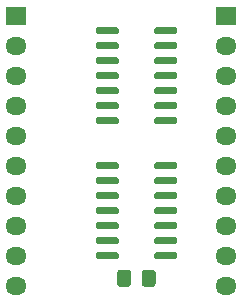
<source format=gbr>
G04 #@! TF.GenerationSoftware,KiCad,Pcbnew,(5.1.8)-1*
G04 #@! TF.CreationDate,2023-07-12T22:59:16+03:00*
G04 #@! TF.ProjectId,INV,494e562e-6b69-4636-9164-5f7063625858,rev?*
G04 #@! TF.SameCoordinates,PX48ab840PY2455c20*
G04 #@! TF.FileFunction,Soldermask,Top*
G04 #@! TF.FilePolarity,Negative*
%FSLAX46Y46*%
G04 Gerber Fmt 4.6, Leading zero omitted, Abs format (unit mm)*
G04 Created by KiCad (PCBNEW (5.1.8)-1) date 2023-07-12 22:59:16*
%MOMM*%
%LPD*%
G01*
G04 APERTURE LIST*
%ADD10O,1.800000X1.500000*%
%ADD11R,1.800000X1.500000*%
G04 APERTURE END LIST*
D10*
X20320000Y-25400000D03*
X20320000Y-22860000D03*
X20320000Y-20320000D03*
X20320000Y-17780000D03*
X20320000Y-15240000D03*
X20320000Y-12700000D03*
X20320000Y-10160000D03*
X20320000Y-7620000D03*
X20320000Y-5080000D03*
D11*
X20320000Y-2540000D03*
D10*
X2540000Y-25400000D03*
X2540000Y-22860000D03*
X2540000Y-20320000D03*
X2540000Y-17780000D03*
X2540000Y-15240000D03*
X2540000Y-12700000D03*
X2540000Y-10160000D03*
X2540000Y-7620000D03*
X2540000Y-5080000D03*
D11*
X2540000Y-2540000D03*
G36*
G01*
X12250000Y-24290000D02*
X12250000Y-25240000D01*
G75*
G02*
X12000000Y-25490000I-250000J0D01*
G01*
X11325000Y-25490000D01*
G75*
G02*
X11075000Y-25240000I0J250000D01*
G01*
X11075000Y-24290000D01*
G75*
G02*
X11325000Y-24040000I250000J0D01*
G01*
X12000000Y-24040000D01*
G75*
G02*
X12250000Y-24290000I0J-250000D01*
G01*
G37*
G36*
G01*
X14325000Y-24290000D02*
X14325000Y-25240000D01*
G75*
G02*
X14075000Y-25490000I-250000J0D01*
G01*
X13400000Y-25490000D01*
G75*
G02*
X13150000Y-25240000I0J250000D01*
G01*
X13150000Y-24290000D01*
G75*
G02*
X13400000Y-24040000I250000J0D01*
G01*
X14075000Y-24040000D01*
G75*
G02*
X14325000Y-24290000I0J-250000D01*
G01*
G37*
G36*
G01*
X9250000Y-3960000D02*
X9250000Y-3660000D01*
G75*
G02*
X9400000Y-3510000I150000J0D01*
G01*
X11050000Y-3510000D01*
G75*
G02*
X11200000Y-3660000I0J-150000D01*
G01*
X11200000Y-3960000D01*
G75*
G02*
X11050000Y-4110000I-150000J0D01*
G01*
X9400000Y-4110000D01*
G75*
G02*
X9250000Y-3960000I0J150000D01*
G01*
G37*
G36*
G01*
X9250000Y-5230000D02*
X9250000Y-4930000D01*
G75*
G02*
X9400000Y-4780000I150000J0D01*
G01*
X11050000Y-4780000D01*
G75*
G02*
X11200000Y-4930000I0J-150000D01*
G01*
X11200000Y-5230000D01*
G75*
G02*
X11050000Y-5380000I-150000J0D01*
G01*
X9400000Y-5380000D01*
G75*
G02*
X9250000Y-5230000I0J150000D01*
G01*
G37*
G36*
G01*
X9250000Y-6500000D02*
X9250000Y-6200000D01*
G75*
G02*
X9400000Y-6050000I150000J0D01*
G01*
X11050000Y-6050000D01*
G75*
G02*
X11200000Y-6200000I0J-150000D01*
G01*
X11200000Y-6500000D01*
G75*
G02*
X11050000Y-6650000I-150000J0D01*
G01*
X9400000Y-6650000D01*
G75*
G02*
X9250000Y-6500000I0J150000D01*
G01*
G37*
G36*
G01*
X9250000Y-7770000D02*
X9250000Y-7470000D01*
G75*
G02*
X9400000Y-7320000I150000J0D01*
G01*
X11050000Y-7320000D01*
G75*
G02*
X11200000Y-7470000I0J-150000D01*
G01*
X11200000Y-7770000D01*
G75*
G02*
X11050000Y-7920000I-150000J0D01*
G01*
X9400000Y-7920000D01*
G75*
G02*
X9250000Y-7770000I0J150000D01*
G01*
G37*
G36*
G01*
X9250000Y-9040000D02*
X9250000Y-8740000D01*
G75*
G02*
X9400000Y-8590000I150000J0D01*
G01*
X11050000Y-8590000D01*
G75*
G02*
X11200000Y-8740000I0J-150000D01*
G01*
X11200000Y-9040000D01*
G75*
G02*
X11050000Y-9190000I-150000J0D01*
G01*
X9400000Y-9190000D01*
G75*
G02*
X9250000Y-9040000I0J150000D01*
G01*
G37*
G36*
G01*
X9250000Y-10310000D02*
X9250000Y-10010000D01*
G75*
G02*
X9400000Y-9860000I150000J0D01*
G01*
X11050000Y-9860000D01*
G75*
G02*
X11200000Y-10010000I0J-150000D01*
G01*
X11200000Y-10310000D01*
G75*
G02*
X11050000Y-10460000I-150000J0D01*
G01*
X9400000Y-10460000D01*
G75*
G02*
X9250000Y-10310000I0J150000D01*
G01*
G37*
G36*
G01*
X9250000Y-11580000D02*
X9250000Y-11280000D01*
G75*
G02*
X9400000Y-11130000I150000J0D01*
G01*
X11050000Y-11130000D01*
G75*
G02*
X11200000Y-11280000I0J-150000D01*
G01*
X11200000Y-11580000D01*
G75*
G02*
X11050000Y-11730000I-150000J0D01*
G01*
X9400000Y-11730000D01*
G75*
G02*
X9250000Y-11580000I0J150000D01*
G01*
G37*
G36*
G01*
X14200000Y-11580000D02*
X14200000Y-11280000D01*
G75*
G02*
X14350000Y-11130000I150000J0D01*
G01*
X16000000Y-11130000D01*
G75*
G02*
X16150000Y-11280000I0J-150000D01*
G01*
X16150000Y-11580000D01*
G75*
G02*
X16000000Y-11730000I-150000J0D01*
G01*
X14350000Y-11730000D01*
G75*
G02*
X14200000Y-11580000I0J150000D01*
G01*
G37*
G36*
G01*
X14200000Y-10310000D02*
X14200000Y-10010000D01*
G75*
G02*
X14350000Y-9860000I150000J0D01*
G01*
X16000000Y-9860000D01*
G75*
G02*
X16150000Y-10010000I0J-150000D01*
G01*
X16150000Y-10310000D01*
G75*
G02*
X16000000Y-10460000I-150000J0D01*
G01*
X14350000Y-10460000D01*
G75*
G02*
X14200000Y-10310000I0J150000D01*
G01*
G37*
G36*
G01*
X14200000Y-9040000D02*
X14200000Y-8740000D01*
G75*
G02*
X14350000Y-8590000I150000J0D01*
G01*
X16000000Y-8590000D01*
G75*
G02*
X16150000Y-8740000I0J-150000D01*
G01*
X16150000Y-9040000D01*
G75*
G02*
X16000000Y-9190000I-150000J0D01*
G01*
X14350000Y-9190000D01*
G75*
G02*
X14200000Y-9040000I0J150000D01*
G01*
G37*
G36*
G01*
X14200000Y-7770000D02*
X14200000Y-7470000D01*
G75*
G02*
X14350000Y-7320000I150000J0D01*
G01*
X16000000Y-7320000D01*
G75*
G02*
X16150000Y-7470000I0J-150000D01*
G01*
X16150000Y-7770000D01*
G75*
G02*
X16000000Y-7920000I-150000J0D01*
G01*
X14350000Y-7920000D01*
G75*
G02*
X14200000Y-7770000I0J150000D01*
G01*
G37*
G36*
G01*
X14200000Y-6500000D02*
X14200000Y-6200000D01*
G75*
G02*
X14350000Y-6050000I150000J0D01*
G01*
X16000000Y-6050000D01*
G75*
G02*
X16150000Y-6200000I0J-150000D01*
G01*
X16150000Y-6500000D01*
G75*
G02*
X16000000Y-6650000I-150000J0D01*
G01*
X14350000Y-6650000D01*
G75*
G02*
X14200000Y-6500000I0J150000D01*
G01*
G37*
G36*
G01*
X14200000Y-5230000D02*
X14200000Y-4930000D01*
G75*
G02*
X14350000Y-4780000I150000J0D01*
G01*
X16000000Y-4780000D01*
G75*
G02*
X16150000Y-4930000I0J-150000D01*
G01*
X16150000Y-5230000D01*
G75*
G02*
X16000000Y-5380000I-150000J0D01*
G01*
X14350000Y-5380000D01*
G75*
G02*
X14200000Y-5230000I0J150000D01*
G01*
G37*
G36*
G01*
X14200000Y-3960000D02*
X14200000Y-3660000D01*
G75*
G02*
X14350000Y-3510000I150000J0D01*
G01*
X16000000Y-3510000D01*
G75*
G02*
X16150000Y-3660000I0J-150000D01*
G01*
X16150000Y-3960000D01*
G75*
G02*
X16000000Y-4110000I-150000J0D01*
G01*
X14350000Y-4110000D01*
G75*
G02*
X14200000Y-3960000I0J150000D01*
G01*
G37*
G36*
G01*
X14200000Y-15390000D02*
X14200000Y-15090000D01*
G75*
G02*
X14350000Y-14940000I150000J0D01*
G01*
X16000000Y-14940000D01*
G75*
G02*
X16150000Y-15090000I0J-150000D01*
G01*
X16150000Y-15390000D01*
G75*
G02*
X16000000Y-15540000I-150000J0D01*
G01*
X14350000Y-15540000D01*
G75*
G02*
X14200000Y-15390000I0J150000D01*
G01*
G37*
G36*
G01*
X14200000Y-16660000D02*
X14200000Y-16360000D01*
G75*
G02*
X14350000Y-16210000I150000J0D01*
G01*
X16000000Y-16210000D01*
G75*
G02*
X16150000Y-16360000I0J-150000D01*
G01*
X16150000Y-16660000D01*
G75*
G02*
X16000000Y-16810000I-150000J0D01*
G01*
X14350000Y-16810000D01*
G75*
G02*
X14200000Y-16660000I0J150000D01*
G01*
G37*
G36*
G01*
X14200000Y-17930000D02*
X14200000Y-17630000D01*
G75*
G02*
X14350000Y-17480000I150000J0D01*
G01*
X16000000Y-17480000D01*
G75*
G02*
X16150000Y-17630000I0J-150000D01*
G01*
X16150000Y-17930000D01*
G75*
G02*
X16000000Y-18080000I-150000J0D01*
G01*
X14350000Y-18080000D01*
G75*
G02*
X14200000Y-17930000I0J150000D01*
G01*
G37*
G36*
G01*
X14200000Y-19200000D02*
X14200000Y-18900000D01*
G75*
G02*
X14350000Y-18750000I150000J0D01*
G01*
X16000000Y-18750000D01*
G75*
G02*
X16150000Y-18900000I0J-150000D01*
G01*
X16150000Y-19200000D01*
G75*
G02*
X16000000Y-19350000I-150000J0D01*
G01*
X14350000Y-19350000D01*
G75*
G02*
X14200000Y-19200000I0J150000D01*
G01*
G37*
G36*
G01*
X14200000Y-20470000D02*
X14200000Y-20170000D01*
G75*
G02*
X14350000Y-20020000I150000J0D01*
G01*
X16000000Y-20020000D01*
G75*
G02*
X16150000Y-20170000I0J-150000D01*
G01*
X16150000Y-20470000D01*
G75*
G02*
X16000000Y-20620000I-150000J0D01*
G01*
X14350000Y-20620000D01*
G75*
G02*
X14200000Y-20470000I0J150000D01*
G01*
G37*
G36*
G01*
X14200000Y-21740000D02*
X14200000Y-21440000D01*
G75*
G02*
X14350000Y-21290000I150000J0D01*
G01*
X16000000Y-21290000D01*
G75*
G02*
X16150000Y-21440000I0J-150000D01*
G01*
X16150000Y-21740000D01*
G75*
G02*
X16000000Y-21890000I-150000J0D01*
G01*
X14350000Y-21890000D01*
G75*
G02*
X14200000Y-21740000I0J150000D01*
G01*
G37*
G36*
G01*
X14200000Y-23010000D02*
X14200000Y-22710000D01*
G75*
G02*
X14350000Y-22560000I150000J0D01*
G01*
X16000000Y-22560000D01*
G75*
G02*
X16150000Y-22710000I0J-150000D01*
G01*
X16150000Y-23010000D01*
G75*
G02*
X16000000Y-23160000I-150000J0D01*
G01*
X14350000Y-23160000D01*
G75*
G02*
X14200000Y-23010000I0J150000D01*
G01*
G37*
G36*
G01*
X9250000Y-23010000D02*
X9250000Y-22710000D01*
G75*
G02*
X9400000Y-22560000I150000J0D01*
G01*
X11050000Y-22560000D01*
G75*
G02*
X11200000Y-22710000I0J-150000D01*
G01*
X11200000Y-23010000D01*
G75*
G02*
X11050000Y-23160000I-150000J0D01*
G01*
X9400000Y-23160000D01*
G75*
G02*
X9250000Y-23010000I0J150000D01*
G01*
G37*
G36*
G01*
X9250000Y-21740000D02*
X9250000Y-21440000D01*
G75*
G02*
X9400000Y-21290000I150000J0D01*
G01*
X11050000Y-21290000D01*
G75*
G02*
X11200000Y-21440000I0J-150000D01*
G01*
X11200000Y-21740000D01*
G75*
G02*
X11050000Y-21890000I-150000J0D01*
G01*
X9400000Y-21890000D01*
G75*
G02*
X9250000Y-21740000I0J150000D01*
G01*
G37*
G36*
G01*
X9250000Y-20470000D02*
X9250000Y-20170000D01*
G75*
G02*
X9400000Y-20020000I150000J0D01*
G01*
X11050000Y-20020000D01*
G75*
G02*
X11200000Y-20170000I0J-150000D01*
G01*
X11200000Y-20470000D01*
G75*
G02*
X11050000Y-20620000I-150000J0D01*
G01*
X9400000Y-20620000D01*
G75*
G02*
X9250000Y-20470000I0J150000D01*
G01*
G37*
G36*
G01*
X9250000Y-19200000D02*
X9250000Y-18900000D01*
G75*
G02*
X9400000Y-18750000I150000J0D01*
G01*
X11050000Y-18750000D01*
G75*
G02*
X11200000Y-18900000I0J-150000D01*
G01*
X11200000Y-19200000D01*
G75*
G02*
X11050000Y-19350000I-150000J0D01*
G01*
X9400000Y-19350000D01*
G75*
G02*
X9250000Y-19200000I0J150000D01*
G01*
G37*
G36*
G01*
X9250000Y-17930000D02*
X9250000Y-17630000D01*
G75*
G02*
X9400000Y-17480000I150000J0D01*
G01*
X11050000Y-17480000D01*
G75*
G02*
X11200000Y-17630000I0J-150000D01*
G01*
X11200000Y-17930000D01*
G75*
G02*
X11050000Y-18080000I-150000J0D01*
G01*
X9400000Y-18080000D01*
G75*
G02*
X9250000Y-17930000I0J150000D01*
G01*
G37*
G36*
G01*
X9250000Y-16660000D02*
X9250000Y-16360000D01*
G75*
G02*
X9400000Y-16210000I150000J0D01*
G01*
X11050000Y-16210000D01*
G75*
G02*
X11200000Y-16360000I0J-150000D01*
G01*
X11200000Y-16660000D01*
G75*
G02*
X11050000Y-16810000I-150000J0D01*
G01*
X9400000Y-16810000D01*
G75*
G02*
X9250000Y-16660000I0J150000D01*
G01*
G37*
G36*
G01*
X9250000Y-15390000D02*
X9250000Y-15090000D01*
G75*
G02*
X9400000Y-14940000I150000J0D01*
G01*
X11050000Y-14940000D01*
G75*
G02*
X11200000Y-15090000I0J-150000D01*
G01*
X11200000Y-15390000D01*
G75*
G02*
X11050000Y-15540000I-150000J0D01*
G01*
X9400000Y-15540000D01*
G75*
G02*
X9250000Y-15390000I0J150000D01*
G01*
G37*
M02*

</source>
